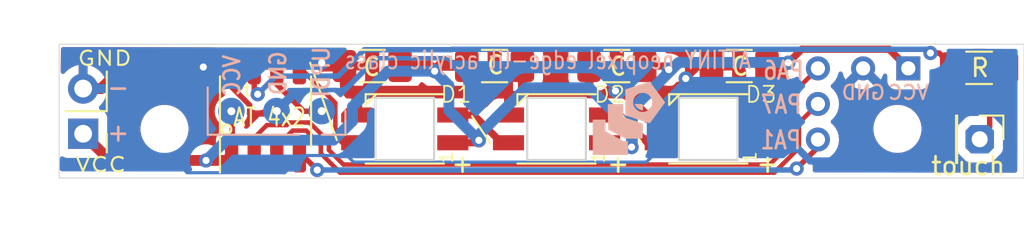
<source format=kicad_pcb>
(kicad_pcb (version 20240108) (generator "pcbnew") (generator_version "8.0")
  (layers (0 "F.Cu" signal) (31 "B.Cu" signal) (34 "B.Paste" user) (35 "F.Paste" user) (36 "B.SilkS" user "B.Silkscreen") (37 "F.SilkS" user "F.Silkscreen") (38 "B.Mask" user) (39 "F.Mask" user) (44 "Edge.Cuts" user))
  (net 0 "")
  (net 1 "Net-(D1-VDD)")
  (net 2 "Net-(D1-DOUT)")
  (net 3 "Net-(D1-DIN)")
  (net 4 "Net-(D2-DOUT)")
  (net 5 "Net-(J1-Pin_1)")
  (net 6 "Net-(J2-Pin_3)")
  (net 7 "Net-(J2-Pin_2)")
  (net 8 "GNDREF")
  (net 9 "Net-(J3-Pin_1)")
  (net 10 "Net-(U1-PA3)")
  (net 11 "Net-(J2-Pin_1)")
  (footprint "Connector_PinHeader_2.54mm:PinHeader_1x02_P2.54mm_Vertical" (layer "F.Cu") (at 75.692 41.1954 180)
    (property "Reference" "J4" (hide yes))
    (property "Value" "Conn_01x02")
    (fp_line (start -1.33 1.27) (end 1 1.27) (stroke (width 0.12)) (layer "F.SilkS"))
    (fp_line (start -1.33 1.27) (end -1.33 3.5) (stroke (width 0.12)) (layer "F.SilkS"))
    (fp_line (start -1.33 0) (end -1.33 -1.05) (stroke (width 0.12)) (layer "F.SilkS"))
    (pad "1" thru_hole rect (at 0 0 180) (size 1.7 1.7) (drill 1) (layers "*.Cu" "*.Mask") (net 1 "Net-(D1-VDD)"))
    (pad "2" thru_hole oval (at 0 2.54 180) (size 1.7 1.7) (drill 1) (layers "*.Cu" "*.Mask") (net 8 "GNDREF"))
  )
  (footprint "attiny84:Pin_1x01_P2.00mm_Vertical" (layer "F.Cu") (at 119.5324 37.5204)
    (property "Reference" "J6" (hide yes))
    (property "Value" "Conn_01x01_Pin")
    (pad "1" thru_hole circle (at 0 0) (size 1.35 1.35) (drill 0.8) (layers "*.Cu" "*.Mask") (net 8 "GNDREF"))
  )
  (footprint "Capacitor_SMD:C_1206_3216Metric_Pad1.33x1.80mm_HandSolder" (layer "F.Cu") (at 112.568234 37.3888 180)
    (property "Reference" "C1" (hide yes))
    (property "Value" ".1")
    (fp_line (start -0.711252 0.91) (end 0.711252 0.91) (stroke (width 0.12)) (layer "F.SilkS"))
    (fp_line (start -0.711252 -0.91) (end 0.711252 -0.91) (stroke (width 0.12)) (layer "F.SilkS"))
    (pad "1" smd roundrect (at -1.5625 0 180) (size 1.325 1.8) (layers "F.Cu" "F.Paste" "F.Mask") (roundrect_rratio 0.188679) (net 1 "Net-(D1-VDD)"))
    (pad "2" smd roundrect (at 1.5625 0 180) (size 1.325 1.8) (layers "F.Cu" "F.Paste" "F.Mask") (roundrect_rratio 0.188679) (net 8 "GNDREF"))
  )
  (footprint "attiny84:LED_SK6812E_PLCC4_3.5x3.5mm_P1.75mm_osh_handsolder" (layer "F.Cu") (at 93.7704 40.9204 180)
    (property "Reference" "D1" (at -2.8766 1.9314 180) (layer "F.SilkS") (effects (font (size 0.9 0.9) (thickness 0.1))))
    (property "Value" "SK6812")
    (fp_line (start 2.2 1.95) (end 2.2 1.35) (stroke (width 0.12)) (layer "F.SilkS"))
    (fp_line (start 1.6 1.95) (end 2.2 1.35) (stroke (width 0.12)) (layer "F.SilkS"))
    (fp_line (start -2.2 1.95) (end 2.2 1.95) (stroke (width 0.12)) (layer "F.SilkS"))
    (fp_line (start -2.2 -1.95) (end 2.2 -1.95) (stroke (width 0.12)) (layer "F.SilkS"))
    (fp_rect (start -1.65 -1.75) (end 1.65 1.75) (stroke (width 0.12)) (fill none) (layer "Edge.Cuts"))
    (fp_text user "1" (at -2.35 -1.6 -90) (layer "F.SilkS") (effects (font (size 0.7 0.7) (thickness 0.1))))
    (pad "1" smd rect (at -2.7 -0.78 180) (size 1.75 0.85) (layers "F.Cu" "F.Paste" "F.Mask") (net 1 "Net-(D1-VDD)"))
    (pad "2" smd rect (at -2.7 0.78 180) (size 1.75 0.85) (layers "F.Cu" "F.Paste" "F.Mask") (net 2 "Net-(D1-DOUT)"))
    (pad "3" smd roundrect (at 2.7 0.78 180) (size 1.75 0.85) (layers "F.Cu" "F.Paste" "F.Mask") (roundrect_rratio 0) (chamfer_ratio 0.4) (chamfer bottom_right) (net 8 "GNDREF"))
    (pad "4" smd rect (at 2.7 -0.78 180) (size 1.75 0.85) (layers "F.Cu" "F.Paste" "F.Mask") (net 3 "Net-(D1-DIN)"))
  )
  (footprint "Resistor_SMD:R_1206_3216Metric_Pad1.30x1.75mm_HandSolder" (layer "F.Cu") (at 126.05 37.4904)
    (property "Reference" "R1" (hide yes))
    (property "Value" "10K")
    (fp_line (start -0.727064 -0.91) (end 0.727064 -0.91) (stroke (width 0.12)) (layer "F.SilkS"))
    (fp_line (start -0.727064 0.91) (end 0.727064 0.91) (stroke (width 0.12)) (layer "F.SilkS"))
    (pad "1" smd roundrect (at -1.55 0) (size 1.3 1.75) (layers "F.Cu" "F.Paste" "F.Mask") (roundrect_rratio 0.192308) (net 10 "Net-(U1-PA3)"))
    (pad "2" smd roundrect (at 1.55 0) (size 1.3 1.75) (layers "F.Cu" "F.Paste" "F.Mask") (roundrect_rratio 0.192308) (net 5 "Net-(J1-Pin_1)"))
  )
  (footprint "Connector_PinHeader_2.54mm:PinHeader_1x01_P2.54mm_Vertical" (layer "F.Cu") (at 126.0856 41.5036 -90)
    (property "Reference" "J1" (hide yes))
    (property "Value" "Conn_01x01_Pin")
    (fp_line (start -1.33 1.33) (end 1.33 1.33) (stroke (width 0.12)) (layer "F.SilkS"))
    (fp_line (start -1.33 1.27) (end -1.33 1.33) (stroke (width 0.12)) (layer "F.SilkS"))
    (fp_line (start -1.33 1.27) (end 1.33 1.27) (stroke (width 0.12)) (layer "F.SilkS"))
    (fp_line (start 1.33 1.27) (end 1.33 1.33) (stroke (width 0.12)) (layer "F.SilkS"))
    (fp_line (start -1.33 0) (end -1.33 -1.33) (stroke (width 0.12)) (layer "F.SilkS"))
    (fp_line (start -1.33 -1.33) (end 0 -1.33) (stroke (width 0.12)) (layer "F.SilkS"))
    (pad "1" thru_hole roundrect (at 0 0 270) (size 1.6 1.6) (drill 0.9) (layers "*.Cu" "*.Mask") (roundrect_rratio 0) (chamfer_ratio 0.2) (chamfer top_left top_right bottom_left bottom_right) (net 5 "Net-(J1-Pin_1)"))
  )
  (footprint "Capacitor_SMD:C_1206_3216Metric_Pad1.33x1.80mm_HandSolder" (layer "F.Cu") (at 105.6933 37.3888 180)
    (property "Reference" "C4" (hide yes))
    (property "Value" ".1")
    (fp_line (start -0.711252 0.91) (end 0.711252 0.91) (stroke (width 0.12)) (layer "F.SilkS"))
    (fp_line (start -0.711252 -0.91) (end 0.711252 -0.91) (stroke (width 0.12)) (layer "F.SilkS"))
    (pad "1" smd roundrect (at -1.5625 0 180) (size 1.325 1.8) (layers "F.Cu" "F.Paste" "F.Mask") (roundrect_rratio 0.188679) (net 1 "Net-(D1-VDD)"))
    (pad "2" smd roundrect (at 1.5625 0 180) (size 1.325 1.8) (layers "F.Cu" "F.Paste" "F.Mask") (roundrect_rratio 0.188679) (net 8 "GNDREF"))
  )
  (footprint "attiny84:LED_SK6812E_PLCC4_3.5x3.5mm_P1.75mm_osh_handsolder" (layer "F.Cu") (at 110.8308 40.9204 180)
    (property "Reference" "D3" (at -2.9612 1.9314 180) (layer "F.SilkS") (effects (font (size 0.9 0.9) (thickness 0.1))))
    (property "Value" "SK6812")
    (fp_line (start 2.2 1.95) (end 2.2 1.35) (stroke (width 0.12)) (layer "F.SilkS"))
    (fp_line (start 1.6 1.95) (end 2.2 1.35) (stroke (width 0.12)) (layer "F.SilkS"))
    (fp_line (start -2.2 1.95) (end 2.2 1.95) (stroke (width 0.12)) (layer "F.SilkS"))
    (fp_line (start -2.2 -1.95) (end 2.2 -1.95) (stroke (width 0.12)) (layer "F.SilkS"))
    (fp_rect (start -1.65 -1.75) (end 1.65 1.75) (stroke (width 0.12)) (fill none) (layer "Edge.Cuts"))
    (fp_text user "1" (at -2.35 -1.6 -90) (layer "F.SilkS") (effects (font (size 0.7 0.7) (thickness 0.1))))
    (pad "1" smd rect (at -2.7 -0.78 180) (size 1.75 0.85) (layers "F.Cu" "F.Paste" "F.Mask") (net 1 "Net-(D1-VDD)"))
    (pad "2" smd rect (at -2.7 0.78 180) (size 1.75 0.85) (layers "F.Cu" "F.Paste" "F.Mask"))
    (pad "3" smd roundrect (at 2.7 0.78 180) (size 1.75 0.85) (layers "F.Cu" "F.Paste" "F.Mask") (roundrect_rratio 0) (chamfer_ratio 0.4) (chamfer bottom_right) (net 8 "GNDREF"))
    (pad "4" smd rect (at 2.7 -0.78 180) (size 1.75 0.85) (layers "F.Cu" "F.Paste" "F.Mask") (net 4 "Net-(D2-DOUT)"))
  )
  (footprint "Capacitor_SMD:C_1206_3216Metric_Pad1.33x1.80mm_HandSolder" (layer "F.Cu") (at 98.818367 37.3888)
    (property "Reference" "C3" (hide yes))
    (property "Value" ".1")
    (fp_line (start -0.711252 -0.91) (end 0.711252 -0.91) (stroke (width 0.12)) (layer "F.SilkS"))
    (fp_line (start -0.711252 0.91) (end 0.711252 0.91) (stroke (width 0.12)) (layer "F.SilkS"))
    (pad "1" smd roundrect (at -1.5625 0) (size 1.325 1.8) (layers "F.Cu" "F.Paste" "F.Mask") (roundrect_rratio 0.188679) (net 1 "Net-(D1-VDD)"))
    (pad "2" smd roundrect (at 1.5625 0) (size 1.325 1.8) (layers "F.Cu" "F.Paste" "F.Mask") (roundrect_rratio 0.188679) (net 8 "GNDREF"))
  )
  (footprint "attiny84:Pin_1x01_P2.00mm_Vertical" (layer "F.Cu") (at 122.0724 37.5204)
    (property "Reference" "J5" (hide yes))
    (property "Value" "Conn_01x01_Pin")
    (pad "1" thru_hole rect (at 0 0) (size 1.35 1.35) (drill 0.8) (layers "*.Cu" "*.Mask") (net 1 "Net-(D1-VDD)"))
  )
  (footprint "MountingHole:MountingHole_2.2mm_M2" (layer "F.Cu") (at 121.4628 40.9204)
    (property "Reference" "H2" (hide yes))
    (property "Value" "MountingHole")
    (pad "" np_thru_hole circle (at 0 0) (size 2.2 2.2) (drill 2.2) (layers "*.Cu" "*.Mask"))
  )
  (footprint "Package_SO:SOIC-8_3.9x4.9mm_P1.27mm" (layer "F.Cu") (at 85.943 39.9204 90)
    (property "Reference" "U1" (hide yes))
    (property "Value" "ATtiny402-SS")
    (fp_line (start 0 -2.56) (end 1.95 -2.56) (stroke (width 0.12)) (layer "F.SilkS"))
    (fp_line (start 0 -2.56) (end -3.45 -2.56) (stroke (width 0.12)) (layer "F.SilkS"))
    (fp_line (start 0 2.56) (end 1.95 2.56) (stroke (width 0.12)) (layer "F.SilkS"))
    (fp_line (start 0 2.56) (end -1.95 2.56) (stroke (width 0.12)) (layer "F.SilkS"))
    (pad "1" smd roundrect (at -2.475 -1.905 90) (size 1.95 0.75) (layers "F.Cu" "F.Paste" "F.Mask") (net 1 "Net-(D1-VDD)"))
    (pad "2" smd roundrect (at -2.475 -0.635 90) (size 1.95 0.75) (layers "F.Cu" "F.Paste" "F.Mask") (net 11 "Net-(J2-Pin_1)"))
    (pad "3" smd roundrect (at -2.475 0.635 90) (size 1.95 0.75) (layers "F.Cu" "F.Paste" "F.Mask") (net 7 "Net-(J2-Pin_2)"))
    (pad "4" smd roundrect (at -2.475 1.905 90) (size 1.95 0.75) (layers "F.Cu" "F.Paste" "F.Mask") (net 6 "Net-(J2-Pin_3)"))
    (pad "5" smd roundrect (at 2.475 1.905 90) (size 1.95 0.75) (layers "F.Cu" "F.Paste" "F.Mask") (net 3 "Net-(D1-DIN)"))
    (pad "6" smd roundrect (at 2.475 0.635 90) (size 1.95 0.75) (layers "F.Cu" "F.Paste" "F.Mask") (net 9 "Net-(J3-Pin_1)"))
    (pad "7" smd roundrect (at 2.475 -0.635 90) (size 1.95 0.75) (layers "F.Cu" "F.Paste" "F.Mask") (net 10 "Net-(U1-PA3)"))
    (pad "8" smd roundrect (at 2.475 -1.905 90) (size 1.95 0.75) (layers "F.Cu" "F.Paste" "F.Mask") (net 8 "GNDREF"))
  )
  (footprint "attiny84:LED_SK6812E_PLCC4_3.5x3.5mm_P1.75mm_osh_handsolder" (layer "F.Cu") (at 102.3006 40.9204 180)
    (property "Reference" "D2" (at -2.9824 1.9314 180) (layer "F.SilkS") (effects (font (size 0.9 0.9) (thickness 0.1))))
    (property "Value" "SK6812")
    (fp_line (start 2.2 1.95) (end 2.2 1.35) (stroke (width 0.12)) (layer "F.SilkS"))
    (fp_line (start 1.6 1.95) (end 2.2 1.35) (stroke (width 0.12)) (layer "F.SilkS"))
    (fp_line (start -2.2 1.95) (end 2.2 1.95) (stroke (width 0.12)) (layer "F.SilkS"))
    (fp_line (start -2.2 -1.95) (end 2.2 -1.95) (stroke (width 0.12)) (layer "F.SilkS"))
    (fp_rect (start -1.65 -1.75) (end 1.65 1.75) (stroke (width 0.12)) (fill none) (layer "Edge.Cuts"))
    (fp_text user "1" (at -2.35 -1.6 -90) (layer "F.SilkS") (effects (font (size 0.7 0.7) (thickness 0.1))))
    (pad "1" smd rect (at -2.7 -0.78 180) (size 1.75 0.85) (layers "F.Cu" "F.Paste" "F.Mask") (net 1 "Net-(D1-VDD)"))
    (pad "2" smd rect (at -2.7 0.78 180) (size 1.75 0.85) (layers "F.Cu" "F.Paste" "F.Mask") (net 4 "Net-(D2-DOUT)"))
    (pad "3" smd roundrect (at 2.7 0.78 180) (size 1.75 0.85) (layers "F.Cu" "F.Paste" "F.Mask") (roundrect_rratio 0) (chamfer_ratio 0.4) (chamfer bottom_right) (net 8 "GNDREF"))
    (pad "4" smd rect (at 2.7 -0.78 180) (size 1.75 0.85) (layers "F.Cu" "F.Paste" "F.Mask") (net 2 "Net-(D1-DOUT)"))
  )
  (footprint "MountingHole:MountingHole_2.2mm_M2" (layer "F.Cu") (at 80.264 40.9204)
    (property "Reference" "H1" (hide yes))
    (property "Value" "MountingHole")
    (pad "" np_thru_hole circle (at 0 0) (size 2.2 2.2) (drill 2.2) (layers "*.Cu" "*.Mask"))
  )
  (footprint "Capacitor_SMD:C_1206_3216Metric_Pad1.33x1.80mm_HandSolder" (layer "F.Cu") (at 91.943434 37.3888 180)
    (property "Reference" "C2" (hide yes))
    (property "Value" ".1")
    (fp_line (start -0.711252 0.91) (end 0.711252 0.91) (stroke (width 0.12)) (layer "F.SilkS"))
    (fp_line (start -0.711252 -0.91) (end 0.711252 -0.91) (stroke (width 0.12)) (layer "F.SilkS"))
    (pad "1" smd roundrect (at -1.5625 0 180) (size 1.325 1.8) (layers "F.Cu" "F.Paste" "F.Mask") (roundrect_rratio 0.188679) (net 1 "Net-(D1-VDD)"))
    (pad "2" smd roundrect (at 1.5625 0 180) (size 1.325 1.8) (layers "F.Cu" "F.Paste" "F.Mask") (roundrect_rratio 0.188679) (net 8 "GNDREF"))
  )
  (footprint "attiny84:PinHeader_1x03_P2.00mm_Vertical_round" (layer "F.Cu") (at 116.9924 37.5204)
    (property "Reference" "J2" (hide yes))
    (property "Value" "Conn_01x03_Pin")
    (pad "1" thru_hole circle (at 0 0) (size 1.35 1.35) (drill 0.8) (layers "*.Cu" "*.Mask") (net 11 "Net-(J2-Pin_1)"))
    (pad "2" thru_hole oval (at 0 2) (size 1.35 1.35) (drill 0.8) (layers "*.Cu" "*.Mask") (net 7 "Net-(J2-Pin_2)"))
    (pad "3" thru_hole oval (at 0 4) (size 1.35 1.35) (drill 0.8) (layers "*.Cu" "*.Mask") (net 6 "Net-(J2-Pin_3)"))
  )
  (footprint "attiny84:PinHeader_1x03_P2.54mm_Vertical_smd" (layer "B.Cu") (at 89.1032 39.9204 90)
    (property "Reference" "J3" (hide yes))
    (property "Value" "Conn_01x03_Pin")
    (fp_line (start -1.33 -6.41) (end 1.33 -6.41) (stroke (width 0.12)) (layer "B.SilkS"))
    (fp_line (start -1.33 -1.27) (end -1.33 -6.41) (stroke (width 0.12)) (layer "B.SilkS"))
    (fp_line (start -1.33 0) (end -1.33 1.33) (stroke (width 0.12)) (layer "B.SilkS"))
    (fp_line (start -1.33 1.33) (end 0 1.33) (stroke (width 0.12)) (layer "B.SilkS"))
    (pad "1" smd circle (at 0 0 90) (size 1.5 1.5) (layers "B.Cu" "B.Paste" "B.Mask") (net 9 "Net-(J3-Pin_1)"))
    (pad "2" smd circle (at 0 -2.54 90) (size 1.5 1.5) (layers "B.Cu" "B.Paste" "B.Mask") (net 8 "GNDREF"))
    (pad "3" smd circle (at 0 -5.08 90) (size 1.5 1.5) (layers "B.Cu" "B.Paste" "B.Mask") (net 1 "Net-(D1-VDD)"))
  )
  (gr_poly (pts (xy 106.052001 40.252539) (xy 106.05 39.526162) (xy 105.327616 39.530861) (xy 105.309275 39.527496) (xy 105.291657 39.525086) (xy 105.274868 39.523771) (xy 105.266817 39.523567) (xy 105.259014 39.523689) (xy 105.251471 39.524154) (xy 105.2442 39.52498) (xy 105.237217 39.526184) (xy 105.230533 39.527784) (xy 105.224162 39.529797) (xy 105.218117 39.53224) (xy 105.212412 39.53513) (xy 105.207058 39.538486) (xy 105.202071 39.542325) (xy 105.197462 39.546664) (xy 105.193246 39.55152) (xy 105.189434 39.556911) (xy 105.186042 39.562854) (xy 105.18308 39.569367) (xy 105.180564 39.576467) (xy 105.178506 39.584172) (xy 105.176919 39.592498) (xy 105.175816 39.601464) (xy 105.175211 39.611087) (xy 105.175117 39.621384) (xy 105.175546 39.632373) (xy 105.176513 39.644071) (xy 105.178031 39.656495) (xy 105.180112 39.669663) (xy 105.207711 40.975941) (xy 106.197901 41.470988) (xy 106.979495 41.466288) (xy 106.997848 41.465567) (xy 107.015442 41.465868) (xy 107.048072 41.467875) (xy 107.062971 41.468749) (xy 107.076833 41.468984) (xy 107.089591 41.468163) (xy 107.095533 41.467227) (xy 107.101174 41.46587) (xy 107.106503 41.464043) (xy 107.111513 41.461691) (xy 107.116196 41.458764) (xy 107.120541 41.45521) (xy 107.124541 41.450976) (xy 107.128187 41.44601) (xy 107.131471 41.440261) (xy 107.134383 41.433677) (xy 107.136916 41.426205) (xy 107.13906 41.417794) (xy 107.140807 41.408392) (xy 107.142148 41.397947) (xy 107.143076 41.386406) (xy 107.14358 41.373719) (xy 107.143652 41.359832) (xy 107.143285 41.344695) (xy 107.161172 40.634949)) (fill solid) (layer "B.SilkS"))
  (gr_poly (pts (xy 106.313056 41.607333) (xy 106.053179 41.6052) (xy 105.055571 41.054158) (xy 105.055571 40.398146) (xy 104.335488 40.398146) (xy 104.335488 42.385989) (xy 106.319855 42.385989)) (fill solid) (layer "B.SilkS"))
  (gr_poly (pts (xy 107.160517 39.596178) (xy 107.159508 39.591741) (xy 107.158137 39.587339) (xy 107.156423 39.582981) (xy 107.154385 39.578677) (xy 107.152043 39.574438) (xy 107.149414 39.570273) (xy 107.14652 39.566192) (xy 107.143377 39.562205) (xy 107.140006 39.558322) (xy 107.136425 39.554552) (xy 107.132654 39.550907) (xy 107.128712 39.547394) (xy 107.124617 39.544025) (xy 107.120389 39.540809) (xy 107.116046 39.537756) (xy 107.111609 39.534877) (xy 107.107095 39.53218) (xy 107.102524 39.529676) (xy 107.097915 39.527374) (xy 107.093287 39.525285) (xy 107.088659 39.523419) (xy 107.08405 39.521784) (xy 107.079479 39.520392) (xy 107.074965 39.519252) (xy 107.070528 39.518374) (xy 107.066186 39.517768) (xy 107.061958 39.517443) (xy 107.057863 39.51741) (xy 107.053921 39.517679) (xy 107.050151 39.518259) (xy 107.046571 39.51916) (xy 106.682593 39.517159) (xy 106.699787 39.551724) (xy 106.720085 39.586193) (xy 106.743177 39.620256) (xy 106.768756 39.653606) (xy 106.796513 39.685934) (xy 106.826139 39.716932) (xy 106.857327 39.746293) (xy 106.889767 39.773707) (xy 106.923152 39.798866) (xy 106.957173 39.821462) (xy 106.991521 39.841187) (xy 107.025889 39.857732) (xy 107.042984 39.864716) (xy 107.059968 39.87079) (xy 107.076802 39.875914) (xy 107.093449 39.880051) (xy 107.109869 39.883162) (xy 107.126024 39.885208) (xy 107.141876 39.886151) (xy 107.157386 39.885953) (xy 107.161145 39.60064)) (fill solid) (layer "B.SilkS"))
  (gr_poly (pts (xy 107.538052 38.254878) (xy 106.167155 38.697779) (xy 106.167155 40.161811) (xy 107.140755 40.474475) (xy 107.140755 39.966357) (xy 107.114162 39.965688) (xy 107.08775 39.963713) (xy 107.061563 39.96045) (xy 107.035645 39.955918) (xy 107.010039 39.950134) (xy 106.984791 39.943116) (xy 106.959943 39.934884) (xy 106.93554 39.925455) (xy 106.911626 39.914847) (xy 106.888245 39.903079) (xy 106.86544 39.890169) (xy 106.843256 39.876136) (xy 106.821736 39.860996) (xy 106.800925 39.844769) (xy 106.780867 39.827473) (xy 106.761605 39.809126) (xy 106.743276 39.789848) (xy 106.725998 39.769773) (xy 106.70979 39.748947) (xy 106.69467 39.727412) (xy 106.680656 39.705212) (xy 106.667767 39.682391) (xy 106.65602 39.658993) (xy 106.645435 39.635062) (xy 106.636028 39.61064) (xy 106.627818 39.585772) (xy 106.620823 39.560501) (xy 106.615062 39.534872) (xy 106.610553 39.508927) (xy 106.607314 39.482711) (xy 106.605363 39.456267) (xy 106.604718 39.429638) (xy 106.605435 39.402058) (xy 106.607524 39.374841) (xy 106.61095 39.34802) (xy 106.61568 39.321629) (xy 106.621681 39.295702) (xy 106.628918 39.270271) (xy 106.637358 39.245372) (xy 106.646967 39.221037) (xy 106.657712 39.1973) (xy 106.669559 39.174195) (xy 106.682474 39.151756) (xy 106.696423 39.130015) (xy 106.711373 39.109007) (xy 106.72729 39.088765) (xy 106.74414 39.069324) (xy 106.761891 39.050716) (xy 106.780507 39.032975) (xy 106.799955 39.016134) (xy 106.820202 39.000229) (xy 106.841214 38.985291) (xy 106.862957 38.971355) (xy 106.885398 38.958455) (xy 106.908502 38.946623) (xy 106.932237 38.935894) (xy 106.956568 38.926302) (xy 106.981462 38.917879) (xy 107.006885 38.91066) (xy 107.032803 38.904678) (xy 107.059183 38.899966) (xy 107.085991 38.89656) (xy 107.113193 38.894491) (xy 107.140755 38.893794) (xy 107.167349 38.894439) (xy 107.193763 38.89639) (xy 107.219953 38.899629) (xy 107.245876 38.904138) (xy 107.271486 38.909899) (xy 107.296741 38.916894) (xy 107.321596 38.925104) (xy 107.346008 38.934511) (xy 107.369931 38.945097) (xy 107.393323 38.956843) (xy 107.41614 38.969733) (xy 107.438337 38.983747) (xy 107.45987 38.998867) (xy 107.480696 39.015075) (xy 107.50077 39.032353) (xy 107.520049 39.050683) (xy 107.538396 39.069945) (xy 107.555692 39.090004) (xy 107.571918 39.110815) (xy 107.587058 39.132335) (xy 107.601091 39.154519) (xy 107.614001 39.177324) (xy 107.625769 39.200706) (xy 107.636376 39.22462) (xy 107.645805 39.249023) (xy 107.654037 39.27387) (xy 107.661054 39.299119) (xy 107.666838 39.324724) (xy 107.671371 39.350642) (xy 107.674634 39.37683) (xy 107.676609 39.403242) (xy 107.677277 39.429822) (xy 107.676633 39.456418) (xy 107.674681 39.482847) (xy 107.671439 39.509052) (xy 107.666926 39.534989) (xy 107.66116 39.560613) (xy 107.654158 39.585882) (xy 107.645941 39.61075) (xy 107.636524 39.635173) (xy 107.625928 39.659109) (xy 107.614169 39.682511) (xy 107.601266 39.705337) (xy 107.587238 39.727543) (xy 107.572103 39.749084) (xy 107.555879 39.769916) (xy 107.538584 39.789996) (xy 107.520236 39.809279) (xy 107.500955 39.827629) (xy 107.480877 39.844926) (xy 107.460046 39.861152) (xy 107.438506 39.876289) (xy 107.416302 39.890319) (xy 107.393476 39.903224) (xy 107.370074 39.914985) (xy 107.346139 39.925583) (xy 107.321715 39.935002) (xy 107.296846 39.943222) (xy 107.271577 39.950226) (xy 107.24595 39.955995) (xy 107.220011 39.960511) (xy 107.193802 39.963755) (xy 107.167369 39.96571) (xy 107.140755 39.966357) (xy 107.140755 40.474475) (xy 107.5463 40.604712) (xy 108.404444 39.431735)) (fill solid) (layer "B.SilkS"))
  (gr_line (start 88.45 37.2) (end 89.95 41.55) (stroke (width 0.12)) (layer "F.SilkS"))
  (gr_circle (center 83.749634 40.9448) (end 83.851234 41.1988) (stroke (width 0.12)) (fill none) (layer "F.SilkS"))
  (gr_line (start 106 40.15) (end 107.05 41.65) (stroke (width 0.12)) (layer "F.SilkS"))
  (gr_line (start 97.55 40.2) (end 98.6 41.75) (stroke (width 0.12)) (layer "F.SilkS"))
  (gr_rect (start 74.3458 36.1612) (end 128.5732 43.6796) (stroke (width 0.05)) (fill none) (layer "Edge.Cuts"))
  (gr_text "PA1" (at 116.1288 42.1386 0) (layer "B.SilkS") (effects (font (size 1 0.8)) (justify left bottom mirror)))
  (gr_text "GND" (at 120.8532 39.3446 0) (layer "B.SilkS") (effects (font (size 0.8 0.8) (thickness 0.13)) (justify left bottom mirror)))
  (gr_text "PA6" (at 116.2812 38.227 0) (layer "B.SilkS") (effects (font (size 1 0.8)) (justify left bottom mirror)))
  (gr_text "UPDI" (at 89.6112 36.2204 90) (layer "B.SilkS") (effects (font (size 0.9 0.8)) (justify left bottom mirror)))
  (gr_text "-" (at 78.3844 39.1668 0) (layer "B.SilkS") (effects (font (size 1 1)) (justify left bottom mirror)))
  (gr_text "VCC" (at 84.582 36.6776 90) (layer "B.SilkS") (effects (font (size 0.9 0.8)) (justify left bottom mirror)))
  (gr_text "VCC" (at 123.317 39.3446 0) (layer "B.SilkS") (effects (font (size 0.8 0.8) (thickness 0.13)) (justify left bottom mirror)))
  (gr_text "ATTINY neopixel edge-lit acrylic class" (at 113.3094 37.6428 0) (layer "B.SilkS") (effects (font (size 1 0.78) (thickness 0.12)) (justify left bottom mirror)))
  (gr_text "PA7" (at 116.1542 40.132 0) (layer "B.SilkS") (effects (font (size 1 0.8)) (justify left bottom mirror)))
  (gr_text "GND" (at 87.1728 36.4744 90) (layer "B.SilkS") (effects (font (size 0.9 0.8)) (justify left bottom mirror)))
  (gr_text "+" (at 78.3844 41.7068 0) (layer "B.SilkS") (effects (font (size 1 1)) (justify left bottom mirror)))
  (gr_text "AT 4x2" (at 84.05 40.85 0) (layer "F.SilkS") (effects (font (size 1 0.8) (thickness 0.12)) (justify left bottom)))
  (gr_text "t" (at 84.65 39.15 0) (layer "F.SilkS") (effects (font (size 0.7 0.7) (thickness 0.1)) (justify left bottom)))
  (gr_text "touch" (at 123.2662 43.5864 0) (layer "F.SilkS") (effects (font (size 1 1)) (justify left bottom)))
  (gr_text "R" (at 125.5014 38.0746 0) (layer "F.SilkS") (effects (font (size 1 1)) (justify left bottom)))
  (gr_text "VCC" (at 75.175 43.4 0) (layer "F.SilkS") (effects (font (size 0.8 1) (thickness 0.12)) (justify left bottom)))
  (gr_text "+" (at 96.3 43.45 0) (layer "F.SilkS") (effects (font (size 1 1)) (justify left bottom)))
  (gr_text "C" (at 98.3234 37.9222 0) (layer "F.SilkS") (effects (font (size 1 0.9)) (justify left bottom)))
  (gr_text "C" (at 112.0648 37.9984 0) (layer "F.SilkS") (effects (font (size 1 0.9)) (justify left bottom)))
  (gr_text "+" (at 105.05 43.45 0) (layer "F.SilkS") (effects (font (size 1 1)) (justify left bottom)))
  (gr_text "GND" (at 75.3 37.425 0) (layer "F.SilkS") (effects (font (size 0.8 1) (thickness 0.12)) (justify left bottom)))
  (gr_text "C" (at 105.2068 37.9984 0) (layer "F.SilkS") (effects (font (size 1 0.9)) (justify left bottom)))
  (gr_text "C" (at 91.3638 38.0238 0) (layer "F.SilkS") (effects (font (size 1 0.9)) (justify left bottom)))
  (gr_text "+" (at 113.45 43.45 0) (layer "F.SilkS") (effects (font (size 1 1)) (justify left bottom)))
  (segment (start 84.074 42.3594) (end 84.038 42.3954) (width 0.3048) (layer "F.Cu") (net 1))
  (segment (start 115.0874 37.442337) (end 115.0874 38.675584) (width 0.4064) (layer "F.Cu") (net 1))
  (segment (start 115.328837 37.2009) (end 115.0874 37.442337) (width 0.4064) (layer "F.Cu") (net 1))
  (segment (start 114.8874 38.875584) (end 114.8874 41.2718) (width 0.4064) (layer "F.Cu") (net 1))
  (segment (start 83.738 42.6954) (end 84.038 42.3954) (width 0.6096) (layer "F.Cu") (net 1))
  (segment (start 120.9942 36.4422) (end 122.0724 37.5204) (width 0.4064) (layer "F.Cu") (net 1))
  (segment (start 115.0874 38.675584) (end 114.8874 38.875584) (width 0.4064) (layer "F.Cu") (net 1))
  (segment (start 75.692 41.1954) (end 77.192 42.6954) (width 0.6096) (layer "F.Cu") (net 1))
  (segment (start 97.217067 37.35) (end 97.255867 37.3888) (width 0.6096) (layer "F.Cu") (net 1))
  (segment (start 115.140937 37.3888) (end 113.605734 37.3888) (width 0.4064) (layer "F.Cu") (net 1))
  (segment (start 115.328837 37.2009) (end 115.140937 37.3888) (width 0.4064) (layer "F.Cu") (net 1))
  (segment (start 114.4588 41.7004) (end 113.4808 41.7004) (width 0.4064) (layer "F.Cu") (net 1))
  (segment (start 106.519005 41.943995) (end 105.194195 41.943995) (width 0.4064) (layer "F.Cu") (net 1))
  (segment (start 114.8874 41.2718) (end 114.4588 41.7004) (width 0.4064) (layer "F.Cu") (net 1))
  (segment (start 108.4072 37.3888) (end 106.7308 37.3888) (width 0.4064) (layer "F.Cu") (net 1))
  (segment (start 97.934343 41.563933) (end 97.797876 41.7004) (width 0.4064) (layer "F.Cu") (net 1))
  (segment (start 116.087537 36.4422) (end 120.9942 36.4422) (width 0.4064) (layer "F.Cu") (net 1))
  (segment (start 95.777 37.35) (end 97.217067 37.35) (width 0.6096) (layer "F.Cu") (net 1))
  (segment (start 95.45 37.677) (end 95.1618 37.3888) (width 0.6096) (layer "F.Cu") (net 1))
  (segment (start 95.45 37.677) (end 95.777 37.35) (width 0.6096) (layer "F.Cu") (net 1))
  (segment (start 97.797876 41.7004) (end 96.4204 41.7004) (width 0.4064) (layer "F.Cu") (net 1))
  (segment (start 115.328837 37.2009) (end 116.087537 36.4422) (width 0.4064) (layer "F.Cu") (net 1))
  (segment (start 82.6008 42.6954) (end 83.738 42.6954) (width 0.6096) (layer "F.Cu") (net 1))
  (segment (start 77.192 42.6954) (end 82.6008 42.6954) (width 0.6096) (layer "F.Cu") (net 1))
  (segment (start 108.6104 37.592) (end 108.4072 37.3888) (width 0.4064) (layer "F.Cu") (net 1))
  (segment (start 95.1618 37.3888) (end 93.505934 37.3888) (width 0.6096) (layer "F.Cu") (net 1))
  (segment (start 84.074 39.9288) (end 84.074 42.3594) (width 0.3048) (layer "F.Cu") (net 1))
  (segment (start 105.194195 41.943995) (end 104.9506 41.7004) (width 0.4064) (layer "F.Cu") (net 1))
  (via (at 108.6104 37.592) (size 0.8) (drill 0.4) (layers "F.Cu" "B.Cu") (net 1))
  (via (at 95.45 37.677) (size 0.8) (drill 0.4) (layers "F.Cu" "B.Cu") (net 1))
  (via (at 115.328837 37.2009) (size 0.8) (drill 0.4) (layers "F.Cu" "B.Cu") (net 1))
  (via (at 82.6008 42.6954) (size 0.8) (drill 0.4) (layers "F.Cu" "B.Cu") (net 1))
  (via (at 84.0232 39.9288) (size 0.85) (drill 0.45) (layers "F.Cu" "B.Cu") (net 1))
  (via (at 97.934343 41.563933) (size 0.8) (drill 0.4) (layers "F.Cu" "B.Cu") (net 1))
  (via (at 106.519005 41.943995) (size 0.8) (drill 0.4) (layers "F.Cu" "B.Cu") (net 1))
  (segment (start 106.519005 40.987005) (end 106.519005 41.943995) (width 0.6096) (layer "B.Cu") (net 1))
  (segment (start 96.25 38.477) (end 96.25 39.87959) (width 0.6096) (layer "B.Cu") (net 1))
  (segment (start 106.519005 39.851614) (end 106.519005 41.943995) (width 0.6096) (layer "B.Cu") (net 1))
  (segment (start 109.0676 37.1348) (end 115.262737 37.1348) (width 0.4064) (layer "B.Cu") (net 1))
  (segment (start 106.660972 39.541428) (end 106.660972 41.802028) (width 0.4064) (layer "B.Cu") (net 1))
  (segment (start 90.8304 39.6748) (end 90.8304 40.4876) (width 0.6096) (layer "B.Cu") (net 1))
  (segment (start 100.584 38.608) (end 104.14 38.608) (width 0.6096) (layer "B.Cu") (net 1))
  (segment (start 90.8304 40.4876) (end 89.7636 41.5544) (width 0.6096) (layer "B.Cu") (net 1))
  (segment (start 84.0656 39.9204) (end 84.074 39.9288) (width 0.3048) (layer "B.Cu") (net 1))
  (segment (start 89.7636 41.5544) (end 83.7418 41.5544) (width 0.6096) (layer "B.Cu") (net 1))
  (segment (start 96.25 39.87959) (end 97.934343 41.563933) (width 0.6096) (layer "B.Cu") (net 1))
  (segment (start 95.45 37.677) (end 96.25 38.477) (width 0.6096) (layer "B.Cu") (net 1))
  (segment (start 115.262737 37.1348) (end 115.328837 37.2009) (width 0.4064) (layer "B.Cu") (net 1))
  (segment (start 115.311799 37.183862) (end 109.186757 37.183862) (width 0.6096) (layer "B.Cu") (net 1))
  (segment (start 104.14 38.608) (end 106.519005 40.987005) (width 0.6096) (layer "B.Cu") (net 1))
  (segment (start 109.186757 37.183862) (end 106.519005 39.851614) (width 0.6096) (layer "B.Cu") (net 1))
  (segment (start 106.660972 41.802028) (end 106.519005 41.943995) (width 0.4064) (layer "B.Cu") (net 1))
  (segment (start 108.6104 37.592) (end 106.660972 39.541428) (width 0.4064) (layer "B.Cu") (net 1))
  (segment (start 95.45 37.677) (end 92.8282 37.677) (width 0.6096) (layer "B.Cu") (net 1))
  (segment (start 108.6104 37.592) (end 109.0676 37.1348) (width 0.4064) (layer "B.Cu") (net 1))
  (segment (start 84.059 39.9204) (end 84.0656 39.9204) (width 0.3048) (layer "B.Cu") (net 1))
  (segment (start 83.7418 41.5544) (end 82.6008 42.6954) (width 0.6096) (layer "B.Cu") (net 1))
  (segment (start 97.934343 41.563933) (end 97.934343 41.257657) (width 0.6096) (layer "B.Cu") (net 1))
  (segment (start 97.934343 41.257657) (end 100.584 38.608) (width 0.6096) (layer "B.Cu") (net 1))
  (segment (start 92.8282 37.677) (end 90.8304 39.6748) (width 0.6096) (layer "B.Cu") (net 1))
  (segment (start 115.328837 37.2009) (end 115.311799 37.183862) (width 0.6096) (layer "B.Cu") (net 1))
  (segment (start 96.4204 40.1404) (end 97.646 40.1404) (width 0.4064) (layer "F.Cu") (net 2))
  (segment (start 97.646 40.1404) (end 99.206 41.7004) (width 0.4064) (layer "F.Cu") (net 2))
  (segment (start 99.206 41.7004) (end 99.6506 41.7004) (width 0.4064) (layer "F.Cu") (net 2))
  (segment (start 90.2504 41.7004) (end 89.85 41.3) (width 0.254) (layer "F.Cu") (net 3))
  (segment (start 89.8684 39.4658) (end 87.848 37.4454) (width 0.254) (layer "F.Cu") (net 3))
  (segment (start 91.0704 41.7004) (end 90.2504 41.7004) (width 0.254) (layer "F.Cu") (net 3))
  (segment (start 89.85 41.3) (end 89.8684 41.2816) (width 0.254) (layer "F.Cu") (net 3))
  (segment (start 89.8684 41.2816) (end 89.8684 39.4658) (width 0.254) (layer "F.Cu") (net 3))
  (segment (start 105.8506 40.1404) (end 107.4106 41.7004) (width 0.4064) (layer "F.Cu") (net 4))
  (segment (start 107.4106 41.7004) (end 108.1808 41.7004) (width 0.4064) (layer "F.Cu") (net 4))
  (segment (start 104.9506 40.1404) (end 105.8506 40.1404) (width 0.4064) (layer "F.Cu") (net 4))
  (segment (start 126.6444 38.446) (end 126.6444 40.7924) (width 0.3048) (layer "F.Cu") (net 5))
  (segment (start 127.6 37.4904) (end 126.6444 38.446) (width 0.3048) (layer "F.Cu") (net 5))
  (segment (start 126.6444 40.7924) (end 125.9332 41.5036) (width 0.3048) (layer "F.Cu") (net 5))
  (segment (start 116.9924 41.953492) (end 116.9924 41.5204) (width 0.3048) (layer "F.Cu") (net 6))
  (segment (start 88.014786 42.3954) (end 88.849693 43.230307) (width 0.3048) (layer "F.Cu") (net 6))
  (segment (start 115.794946 43.150946) (end 116.9924 41.953492) (width 0.3048) (layer "F.Cu") (net 6))
  (segment (start 87.848 42.3954) (end 88.014786 42.3954) (width 0.3048) (layer "F.Cu") (net 6))
  (via (at 88.849693 43.230307) (size 0.8) (drill 0.4) (layers "F.Cu" "B.Cu") (net 6))
  (via (at 115.794946 43.150946) (size 0.8) (drill 0.4) (layers "F.Cu" "B.Cu") (net 6))
  (segment (start 115.715585 43.230307) (end 115.794946 43.150946) (width 0.3048) (layer "B.Cu") (net 6))
  (segment (start 88.849693 43.230307) (end 115.715585 43.230307) (width 0.3048) (layer "B.Cu") (net 6))
  (segment (start 114.538465 43.38) (end 115.9256 41.992865) (width 0.254) (layer "F.Cu") (net 7))
  (segment (start 87.468856 41.0172) (end 88.227145 41.0172) (width 0.254) (layer "F.Cu") (net 7))
  (segment (start 86.578 42.3954) (end 86.578 41.908056) (width 0.254) (layer "F.Cu") (net 7))
  (segment (start 89.0524 42.297822) (end 90.134578 43.38) (width 0.254) (layer "F.Cu") (net 7))
  (segment (start 88.227145 41.0172) (end 89.0524 41.842457) (width 0.254) (layer "F.Cu") (net 7))
  (segment (start 90.134578 43.38) (end 114.538465 43.38) (width 0.254) (layer "F.Cu") (net 7))
  (segment (start 86.578 41.908056) (end 87.468856 41.0172) (width 0.254) (layer "F.Cu") (net 7))
  (segment (start 115.9256 41.992865) (end 115.9256 40.5872) (width 0.254) (layer "F.Cu") (net 7))
  (segment (start 89.0524 41.842457) (end 89.0524 42.297822) (width 0.254) (layer "F.Cu") (net 7))
  (segment (start 115.9256 40.5872) (end 116.9924 39.5204) (width 0.254) (layer "F.Cu") (net 7))
  (segment (start 109.157862 38.466938) (end 108.1808 39.444) (width 0.4064) (layer "F.Cu") (net 8))
  (segment (start 90.424 38.4048) (end 90.424 37.431866) (width 0.6096) (layer "F.Cu") (net 8))
  (segment (start 99.6506 37.594067) (end 99.855867 37.3888) (width 0.4064) (layer "F.Cu") (net 8))
  (segment (start 105.6132 38.3462) (end 104.6558 37.3888) (width 0.4064) (layer "F.Cu") (net 8))
  (segment (start 90.424 38.4048) (end 90.7192 38.7) (width 0.4064) (layer "F.Cu") (net 8))
  (segment (start 91.0704 39.0512) (end 91.0704 40.1404) (width 0.6096) (layer "F.Cu") (net 8))
  (segment (start 110.2614 37.3888) (end 109.561538 38.088662) (width 0.4064) (layer "F.Cu") (net 8))
  (segment (start 85.05 40.0812) (end 85.05 39.583286) (width 0.3048) (layer "F.Cu") (net 8))
  (segment (start 86.614 39.9288) (end 86.4616 40.0812) (width 0.3048) (layer "F.Cu") (net 8))
  (segment (start 76.7114 38.6554) (end 75.692 38.6554) (width 0.6096) (layer "F.Cu") (net 8))
  (segment (start 84.038 38.571286) (end 84.038 37.4454) (width 0.3048) (layer "F.Cu") (net 8))
  (segment (start 85.05 39.583286) (end 84.038 38.571286) (width 0.3048) (layer "F.Cu") (net 8))
  (segment (start 108.1808 39.444) (end 108.1808 40.1404) (width 0.4064) (layer "F.Cu") (net 8))
  (segment (start 77.9214 37.4454) (end 76.7114 38.6554) (width 0.6096) (layer "F.Cu") (net 8))
  (segment (start 104.6558 37.3888) (end 99.855867 37.3888) (width 0.4064) (layer "F.Cu") (net 8))
  (segment (start 111.530734 37.3888) (end 110.2614 37.3888) (width 0.4064) (layer "F.Cu") (net 8))
  (segment (start 98.544667 38.7) (end 99.855867 37.3888) (width 0.4064) (layer "F.Cu") (net 8))
  (segment (start 89.2899 37.3888) (end 90.380934 37.3888) (width 0.6096) (layer "F.Cu") (net 8))
  (segment (start 108.1808 40.1404) (end 107.4074 40.1404) (width 0.4064) (layer "F.Cu") (net 8))
  (segment (start 90.424 37.431866) (end 90.380934 37.3888) (width 0.6096) (layer "F.Cu") (net 8))
  (segment (start 109.561538 38.466938) (end 109.157862 38.466938) (width 0.4064) (layer "F.Cu") (net 8))
  (segment (start 89.1032 37.2021) (end 89.2899 37.3888) (width 0.6096) (layer "F.Cu") (net 8))
  (segment (start 105.6132 38.7858) (end 105.6132 38.3462) (width 0.4064) (layer "F.Cu") (net 8))
  (segment (start 90.424 38.4048) (end 91.0704 39.0512) (width 0.6096) (layer "F.Cu") (net 8))
  (segment (start 84.038 37.4454) (end 77.9214 37.4454) (width 0.6096) (layer "F.Cu") (net 8))
  (segment (start 86.4616 40.0812) (end 85.05 40.0812) (width 0.3048) (layer "F.Cu") (net 8))
  (segment (start 107.4074 40.1404) (end 106.0528 38.7858) (width 0.4064) (layer "F.Cu") (net 8))
  (segment (start 99.6506 40.1404) (end 99.6506 37.594067) (width 0.4064) (layer "F.Cu") (net 8))
  (segment (start 90.7192 38.7) (end 98.544667 38.7) (width 0.4064) (layer "F.Cu") (net 8))
  (segment (start 109.561538 38.088662) (end 109.561538 38.466938) (width 0.4064) (layer "F.Cu") (net 8))
  (segment (start 106.0528 38.7858) (end 105.6132 38.7858) (width 0.4064) (layer "F.Cu") (net 8))
  (via (at 82.4484 37.4454) (size 0.8) (drill 0.4) (layers "F.Cu" "B.Cu") (net 8))
  (via (at 86.5782 39.9204) (size 0.85) (drill 0.45) (layers "F.Cu" "B.Cu") (net 8))
  (via (at 109.561538 38.088662) (size 0.8) (drill 0.4) (layers "F.Cu" "B.Cu") (net 8))
  (via (at 105.6132 38.7858) (size 0.8) (drill 0.4) (layers "F.Cu" "B.Cu") (net 8))
  (via (at 89.1032 37.2021) (size 0.8) (drill 0.4) (layers "F.Cu" "B.Cu") (net 8))
  (segment (start 91.9511 37.2079) (end 92.209 36.95) (width 0.254) (layer "B.Cu") (net 8))
  (segment (start 96.4579 37.2079) (end 97.6599 37.2079) (width 0.254) (layer "B.Cu") (net 8))
  (segment (start 116.5606 42.7228) (end 115.4684 41.6306) (width 0.4064) (layer "B.Cu") (net 8))
  (segment (start 107.9947 42.1447) (end 108.077 42.0624) (width 0.1778) (layer "B.Cu") (net 8))
  (segment (start 89.1032 37.2021) (end 89.008 37.2973) (width 0.6096) (layer "B.Cu") (net 8))
  (segment (start 87.9856 42.418) (end 90.5256 42.418) (width 0.1778) (layer "B.Cu") (net 8))
  (segment (start 110.070776 38.5979) (end 113.4517 38.5979) (width 0.3048) (layer "B.Cu") (net 8))
  (segment (start 107.350393 42.789007) (end 107.9947 42.1447) (width 0.1778) (layer "B.Cu") (net 8))
  (segment (start 88.0872 38.735) (end 89.8652 38.735) (width 0.254) (layer "B.Cu") (net 8))
  (segment (start 96.2 36.95) (end 96.4579 37.2079) (width 0.254) (layer "B.Cu") (net 8))
  (segment (start 92.209 36.95) (end 96.2 36.95) (width 0.254) (layer "B.Cu") (net 8))
  (segment (start 90.5256 42.418) (end 90.896607 42.789007) (width 0.1778) (layer "B.Cu") (net 8))
  (segment (start 118.8974 38.1554) (end 118.8974 42.0624) (width 0.3048) (layer "B.Cu") (net 8))
  (segment (start 89.8652 38.735) (end 90.424 38.735) (width 0.1778) (layer "B.Cu") (net 8))
  (segment (start 118.8974 42.0624) (end 118.3894 42.5704) (width 0.3048) (layer "B.Cu") (net 8))
  (segment (start 80.7974 42.6466) (end 81.5351 43.3843) (width 0.1778) (layer "B.Cu") (net 8))
  (segment (start 82.5965 37.2973) (end 82.4484 37.4454) (width 0.6096) (layer "B.Cu") (net 8))
  (segment (start 113.4517 38.5979) (end 115.4684 40.6146) (width 0.3048) (layer "B.Cu") (net 8))
  (segment (start 109.561538 38.238462) (end 109.561538 38.088662) (width 0.25) (layer "B.Cu") (net 8))
  (segment (start 118.3894 42.5704) (end 118.237 42.7228) (width 0.4064) (layer "B.Cu") (net 8))
  (segment (start 119.5324 37.5204) (end 118.8974 38.1554) (width 0.3048) (layer "B.Cu") (net 8))
  (segment (start 118.237 42.7228) (end 116.5606 42.7228) (width 0.4064) (layer "B.Cu") (net 8))
  (segment (start 97.6599 37.2079) (end 98.1456 37.6936) (width 0.1778) (layer "B.Cu") (net 8))
  (segment (start 90.896607 42.789007) (end 107.350393 42.789007) (width 0.1778) (layer "B.Cu") (net 8))
  (segment (start 87.9856 38.8366) (end 88.0872 38.735) (width 0.254) (layer "B.Cu") (net 8))
  (segment (start 87.0193 43.3843) (end 87.9856 42.418) (width 0.1778) (layer "B.Cu") (net 8))
  (segment (start 89.008 37.2973) (end 82.5965 37.2973) (width 0.6096) (layer "B.Cu") (net 8))
  (segment (start 109.561538 38.088662) (end 110.070776 38.5979) (width 0.3048) (layer "B.Cu") (net 8))
  (segment (start 107.9947 39.8053) (end 109.561538 38.238462) (width 0.25) (layer "B.Cu") (net 8))
  (segment (start 90.4367 38.7223) (end 90.4748 38.6842) (width 0.1778) (layer "B.Cu") (net 8))
  (segment (start 90.4367 38.7223) (end 91.9511 37.2079) (width 0.1778) (layer "B.Cu") (net 8))
  (segment (start 107.9947 42.1447) (end 107.9947 39.8053) (width 0.25) (layer "B.Cu") (net 8))
  (segment (start 81.5351 43.3843) (end 87.0193 43.3843) (width 0.1778) (layer "B.Cu") (net 8))
  (segment (start 115.4684 40.6146) (end 115.4684 41.6306) (width 0.3048) (layer "B.Cu") (net 8))
  (segment (start 86.6056 39.9204) (end 86.614 39.9288) (width 0.3048) (layer "B.Cu") (net 8))
  (segment (start 86.599 39.9204) (end 86.6056 39.9204) (width 0.3048) (layer "B.Cu") (net 8))
  (segment (start 90.424 38.735) (end 90.4367 38.7223) (width 0.1778) (layer "B.Cu") (net 8))
  (segment (start 88.0864 39.9288) (end 86.578 38.4204) (width 0.3048) (layer "F.Cu") (net 9))
  (segment (start 86.578 38.4204) (end 86.578 37.4454) (width 0.3048) (layer "F.Cu") (net 9))
  (segment (start 89.154 39.9288) (end 88.0864 39.9288) (width 0.3048) (layer "F.Cu") (net 9))
  (via (at 89.1032 39.9204) (size 0.85) (drill 0.45) (layers "F.Cu" "B.Cu") (net 9))
  (segment (start 89.1456 39.9204) (end 89.154 39.9288) (width 0.3048) (layer "B.Cu") (net 9))
  (segment (start 89.139 39.9204) (end 89.1456 39.9204) (width 0.3048) (layer "B.Cu") (net 9))
  (segment (start 123.809391 36.655391) (end 124.6444 37.4904) (width 0.3048) (layer "F.Cu") (net 10))
  (segment (start 123.316521 36.655391) (end 123.809391 36.655391) (width 0.3048) (layer "F.Cu") (net 10))
  (segment (start 85.308 38.777231) (end 85.504596 38.973827) (width 0.3048) (layer "F.Cu") (net 10))
  (segment (start 85.308 37.4454) (end 85.308 38.777231) (width 0.3048) (layer "F.Cu") (net 10))
  (via (at 123.316521 36.655391) (size 0.8) (drill 0.4) (layers "F.Cu" "B.Cu") (net 10))
  (via (at 85.504596 38.973827) (size 0.8) (drill 0.4) (layers "F.Cu" "B.Cu") (net 10))
  (segment (start 96.398574 36.4706) (end 91.501955 36.4706) (width 0.3048) (layer "B.Cu") (net 10))
  (segment (start 86.523923 37.9545) (end 85.504596 38.973827) (width 0.3048) (layer "B.Cu") (net 10))
  (segment (start 123.316521 36.655391) (end 123.10963 36.4485) (width 0.3048) (layer "B.Cu") (net 10))
  (segment (start 91.501955 36.4706) (end 90.018055 37.9545) (width 0.3048) (layer "B.Cu") (net 10))
  (segment (start 96.420674 36.4485) (end 96.398574 36.4706) (width 0.3048) (layer "B.Cu") (net 10))
  (segment (start 123.10963 36.4485) (end 96.420674 36.4485) (width 0.3048) (layer "B.Cu") (net 10))
  (segment (start 90.018055 37.9545) (end 86.523923 37.9545) (width 0.3048) (layer "B.Cu") (net 10))
  (segment (start 85.308 41.4204) (end 86.021999 40.706401) (width 0.254) (layer "F.Cu") (net 11))
  (segment (start 90.32263 42.926) (end 114.27857 42.926) (width 0.254) (layer "F.Cu") (net 11))
  (segment (start 88.415198 40.5632) (end 89.5064 41.654403) (width 0.254) (layer "F.Cu") (net 11))
  (segment (start 115.4176 39.0952) (end 116.9924 37.5204) (width 0.254) (layer "F.Cu") (net 11))
  (segment (start 115.4176 41.78697) (end 115.4176 39.0952) (width 0.254) (layer "F.Cu") (net 11))
  (segment (start 85.308 42.3954) (end 85.308 41.4204) (width 0.254) (layer "F.Cu") (net 11))
  (segment (start 87.280803 40.5632) (end 88.415198 40.5632) (width 0.254) (layer "F.Cu") (net 11))
  (segment (start 87.137601 40.706401) (end 87.280803 40.5632) (width 0.254) (layer "F.Cu") (net 11))
  (segment (start 89.5064 41.654403) (end 89.5064 42.10977) (width 0.254) (layer "F.Cu") (net 11))
  (segment (start 114.27857 42.926) (end 115.4176 41.78697) (width 0.254) (layer "F.Cu") (net 11))
  (segment (start 86.021999 40.706401) (end 87.137601 40.706401) (width 0.254) (layer "F.Cu") (net 11))
  (segment (start 89.5064 42.10977) (end 90.32263 42.926) (width 0.254) (layer "F.Cu") (net 11))
  (zone (net 8) (net_name "GNDREF") (layers "F&B.Cu") (connect_pads (clearance 0.508)) (min_thickness 0.25) (fill yes (thermal_gap 0.5) (thermal_bridge_width 0.5) (island_removal_mode 2) (island_area_min 10))
    (polygon (pts (xy 74.4474 36.322) (xy 128.2192 36.4236) (xy 128.1938 43.3832) (xy 74.3712 43.307)))
  )
)
</source>
